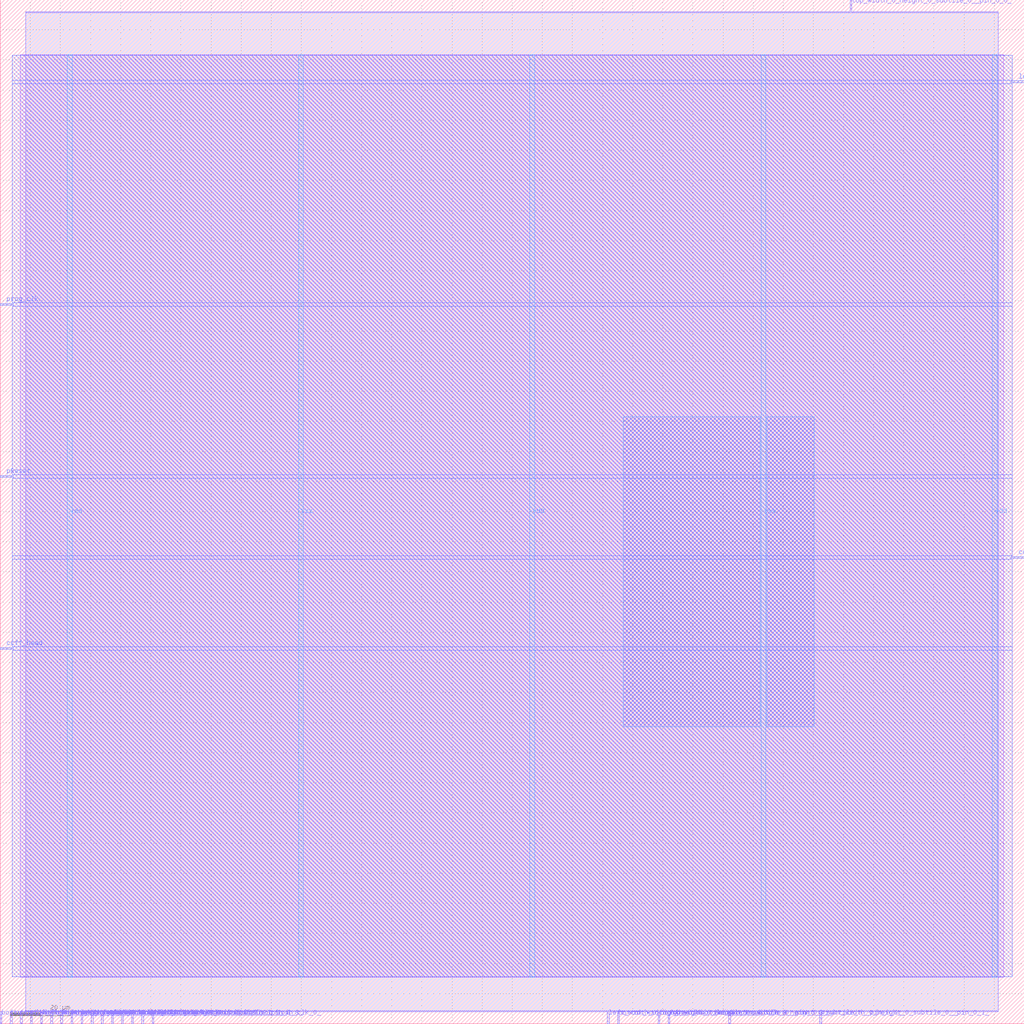
<source format=lef>
VERSION 5.7 ;
  NOWIREEXTENSIONATPIN ON ;
  DIVIDERCHAR "/" ;
  BUSBITCHARS "[]" ;
MACRO grid_clb
  CLASS BLOCK ;
  FOREIGN grid_clb ;
  ORIGIN 0.000 0.000 ;
  SIZE 340.000 BY 340.000 ;
  PIN bottom_width_0_height_0_subtile_0__pin_I_10_
    DIRECTION INPUT ;
    USE SIGNAL ;
    PORT
      LAYER Metal2 ;
        RECT 0.000 0.000 0.560 4.000 ;
    END
  END bottom_width_0_height_0_subtile_0__pin_I_10_
  PIN bottom_width_0_height_0_subtile_0__pin_I_2_
    DIRECTION INPUT ;
    USE SIGNAL ;
    PORT
      LAYER Metal2 ;
        RECT 3.360 0.000 3.920 4.000 ;
    END
  END bottom_width_0_height_0_subtile_0__pin_I_2_
  PIN bottom_width_0_height_0_subtile_0__pin_I_6_
    DIRECTION INPUT ;
    USE SIGNAL ;
    PORT
      LAYER Metal2 ;
        RECT 6.720 0.000 7.280 4.000 ;
    END
  END bottom_width_0_height_0_subtile_0__pin_I_6_
  PIN bottom_width_0_height_0_subtile_0__pin_O_2_
    DIRECTION OUTPUT TRISTATE ;
    USE SIGNAL ;
    ANTENNADIFFAREA 0.360800 ;
    PORT
      LAYER Metal2 ;
        RECT 204.960 0.000 205.520 4.000 ;
    END
  END bottom_width_0_height_0_subtile_0__pin_O_2_
  PIN bottom_width_0_height_0_subtile_0__pin_O_6_
    DIRECTION OUTPUT TRISTATE ;
    USE SIGNAL ;
    ANTENNADIFFAREA 0.360800 ;
    PORT
      LAYER Metal2 ;
        RECT 241.920 0.000 242.480 4.000 ;
    END
  END bottom_width_0_height_0_subtile_0__pin_O_6_
  PIN ccff_head
    DIRECTION INPUT ;
    USE SIGNAL ;
    ANTENNAGATEAREA 0.741000 ;
    ANTENNADIFFAREA 0.410400 ;
    PORT
      LAYER Metal3 ;
        RECT 0.000 124.320 4.000 124.880 ;
    END
  END ccff_head
  PIN ccff_tail
    DIRECTION OUTPUT TRISTATE ;
    USE SIGNAL ;
    ANTENNADIFFAREA 1.986000 ;
    PORT
      LAYER Metal3 ;
        RECT 336.000 154.560 340.000 155.120 ;
    END
  END ccff_tail
  PIN clk
    DIRECTION INPUT ;
    USE SIGNAL ;
    PORT
      LAYER Metal2 ;
        RECT 10.080 0.000 10.640 4.000 ;
    END
  END clk
  PIN left_width_0_height_0_subtile_0__pin_I_11_
    DIRECTION INPUT ;
    USE SIGNAL ;
    PORT
      LAYER Metal2 ;
        RECT 13.440 0.000 14.000 4.000 ;
    END
  END left_width_0_height_0_subtile_0__pin_I_11_
  PIN left_width_0_height_0_subtile_0__pin_I_3_
    DIRECTION INPUT ;
    USE SIGNAL ;
    PORT
      LAYER Metal2 ;
        RECT 16.800 0.000 17.360 4.000 ;
    END
  END left_width_0_height_0_subtile_0__pin_I_3_
  PIN left_width_0_height_0_subtile_0__pin_I_7_
    DIRECTION INPUT ;
    USE SIGNAL ;
    PORT
      LAYER Metal2 ;
        RECT 20.160 0.000 20.720 4.000 ;
    END
  END left_width_0_height_0_subtile_0__pin_I_7_
  PIN left_width_0_height_0_subtile_0__pin_O_3_
    DIRECTION OUTPUT TRISTATE ;
    USE SIGNAL ;
    ANTENNADIFFAREA 0.360800 ;
    PORT
      LAYER Metal2 ;
        RECT 201.600 0.000 202.160 4.000 ;
    END
  END left_width_0_height_0_subtile_0__pin_O_3_
  PIN left_width_0_height_0_subtile_0__pin_O_7_
    DIRECTION OUTPUT TRISTATE ;
    USE SIGNAL ;
    ANTENNADIFFAREA 0.360800 ;
    PORT
      LAYER Metal3 ;
        RECT 336.000 312.480 340.000 313.040 ;
    END
  END left_width_0_height_0_subtile_0__pin_O_7_
  PIN pReset
    DIRECTION INPUT ;
    USE SIGNAL ;
    ANTENNAGATEAREA 0.741000 ;
    ANTENNADIFFAREA 0.410400 ;
    PORT
      LAYER Metal3 ;
        RECT 0.000 181.440 4.000 182.000 ;
    END
  END pReset
  PIN prog_clk
    DIRECTION INPUT ;
    USE SIGNAL ;
    ANTENNAGATEAREA 4.738000 ;
    ANTENNADIFFAREA 0.410400 ;
    PORT
      LAYER Metal3 ;
        RECT 0.000 238.560 4.000 239.120 ;
    END
  END prog_clk
  PIN reset
    DIRECTION INPUT ;
    USE SIGNAL ;
    PORT
      LAYER Metal2 ;
        RECT 23.520 0.000 24.080 4.000 ;
    END
  END reset
  PIN right_width_0_height_0_subtile_0__pin_I_1_
    DIRECTION INPUT ;
    USE SIGNAL ;
    PORT
      LAYER Metal2 ;
        RECT 26.880 0.000 27.440 4.000 ;
    END
  END right_width_0_height_0_subtile_0__pin_I_1_
  PIN right_width_0_height_0_subtile_0__pin_I_5_
    DIRECTION INPUT ;
    USE SIGNAL ;
    PORT
      LAYER Metal2 ;
        RECT 30.240 0.000 30.800 4.000 ;
    END
  END right_width_0_height_0_subtile_0__pin_I_5_
  PIN right_width_0_height_0_subtile_0__pin_I_9_
    DIRECTION INPUT ;
    USE SIGNAL ;
    PORT
      LAYER Metal2 ;
        RECT 33.600 0.000 34.160 4.000 ;
    END
  END right_width_0_height_0_subtile_0__pin_I_9_
  PIN right_width_0_height_0_subtile_0__pin_O_1_
    DIRECTION OUTPUT TRISTATE ;
    USE SIGNAL ;
    ANTENNADIFFAREA 0.360800 ;
    PORT
      LAYER Metal2 ;
        RECT 272.160 0.000 272.720 4.000 ;
    END
  END right_width_0_height_0_subtile_0__pin_O_1_
  PIN right_width_0_height_0_subtile_0__pin_O_5_
    DIRECTION OUTPUT TRISTATE ;
    USE SIGNAL ;
    ANTENNADIFFAREA 0.360800 ;
    PORT
      LAYER Metal2 ;
        RECT 218.400 0.000 218.960 4.000 ;
    END
  END right_width_0_height_0_subtile_0__pin_O_5_
  PIN set
    DIRECTION INPUT ;
    USE SIGNAL ;
    PORT
      LAYER Metal2 ;
        RECT 36.960 0.000 37.520 4.000 ;
    END
  END set
  PIN top_width_0_height_0_subtile_0__pin_I_0_
    DIRECTION INPUT ;
    USE SIGNAL ;
    PORT
      LAYER Metal2 ;
        RECT 40.320 0.000 40.880 4.000 ;
    END
  END top_width_0_height_0_subtile_0__pin_I_0_
  PIN top_width_0_height_0_subtile_0__pin_I_4_
    DIRECTION INPUT ;
    USE SIGNAL ;
    PORT
      LAYER Metal2 ;
        RECT 43.680 0.000 44.240 4.000 ;
    END
  END top_width_0_height_0_subtile_0__pin_I_4_
  PIN top_width_0_height_0_subtile_0__pin_I_8_
    DIRECTION INPUT ;
    USE SIGNAL ;
    PORT
      LAYER Metal2 ;
        RECT 47.040 0.000 47.600 4.000 ;
    END
  END top_width_0_height_0_subtile_0__pin_I_8_
  PIN top_width_0_height_0_subtile_0__pin_O_0_
    DIRECTION OUTPUT TRISTATE ;
    USE SIGNAL ;
    ANTENNADIFFAREA 0.360800 ;
    PORT
      LAYER Metal2 ;
        RECT 282.240 336.000 282.800 340.000 ;
    END
  END top_width_0_height_0_subtile_0__pin_O_0_
  PIN top_width_0_height_0_subtile_0__pin_O_4_
    DIRECTION OUTPUT TRISTATE ;
    USE SIGNAL ;
    ANTENNADIFFAREA 0.360800 ;
    PORT
      LAYER Metal2 ;
        RECT 221.760 0.000 222.320 4.000 ;
    END
  END top_width_0_height_0_subtile_0__pin_O_4_
  PIN top_width_0_height_0_subtile_0__pin_clk_0_
    DIRECTION INPUT ;
    USE SIGNAL ;
    PORT
      LAYER Metal2 ;
        RECT 50.400 0.000 50.960 4.000 ;
    END
  END top_width_0_height_0_subtile_0__pin_clk_0_
  PIN vdd
    DIRECTION INOUT ;
    USE POWER ;
    PORT
      LAYER Metal4 ;
        RECT 22.240 15.380 23.840 321.740 ;
    END
    PORT
      LAYER Metal4 ;
        RECT 175.840 15.380 177.440 321.740 ;
    END
    PORT
      LAYER Metal4 ;
        RECT 329.440 15.380 331.040 321.740 ;
    END
  END vdd
  PIN vss
    DIRECTION INOUT ;
    USE GROUND ;
    PORT
      LAYER Metal4 ;
        RECT 99.040 15.380 100.640 321.740 ;
    END
    PORT
      LAYER Metal4 ;
        RECT 252.640 15.380 254.240 321.740 ;
    END
  END vss
  OBS
      LAYER Metal1 ;
        RECT 6.720 15.380 333.200 321.740 ;
      LAYER Metal2 ;
        RECT 8.540 335.700 281.940 336.000 ;
        RECT 283.100 335.700 331.380 336.000 ;
        RECT 8.540 4.300 331.380 335.700 ;
        RECT 8.540 4.000 9.780 4.300 ;
        RECT 10.940 4.000 13.140 4.300 ;
        RECT 14.300 4.000 16.500 4.300 ;
        RECT 17.660 4.000 19.860 4.300 ;
        RECT 21.020 4.000 23.220 4.300 ;
        RECT 24.380 4.000 26.580 4.300 ;
        RECT 27.740 4.000 29.940 4.300 ;
        RECT 31.100 4.000 33.300 4.300 ;
        RECT 34.460 4.000 36.660 4.300 ;
        RECT 37.820 4.000 40.020 4.300 ;
        RECT 41.180 4.000 43.380 4.300 ;
        RECT 44.540 4.000 46.740 4.300 ;
        RECT 47.900 4.000 50.100 4.300 ;
        RECT 51.260 4.000 201.300 4.300 ;
        RECT 202.460 4.000 204.660 4.300 ;
        RECT 205.820 4.000 218.100 4.300 ;
        RECT 219.260 4.000 221.460 4.300 ;
        RECT 222.620 4.000 241.620 4.300 ;
        RECT 242.780 4.000 271.860 4.300 ;
        RECT 273.020 4.000 331.380 4.300 ;
      LAYER Metal3 ;
        RECT 4.000 313.340 336.000 321.580 ;
        RECT 4.000 312.180 335.700 313.340 ;
        RECT 4.000 239.420 336.000 312.180 ;
        RECT 4.300 238.260 336.000 239.420 ;
        RECT 4.000 182.300 336.000 238.260 ;
        RECT 4.300 181.140 336.000 182.300 ;
        RECT 4.000 155.420 336.000 181.140 ;
        RECT 4.000 154.260 335.700 155.420 ;
        RECT 4.000 125.180 336.000 154.260 ;
        RECT 4.300 124.020 336.000 125.180 ;
        RECT 4.000 15.540 336.000 124.020 ;
      LAYER Metal4 ;
        RECT 206.780 98.650 252.340 201.510 ;
        RECT 254.540 98.650 270.340 201.510 ;
  END
END grid_clb
END LIBRARY


</source>
